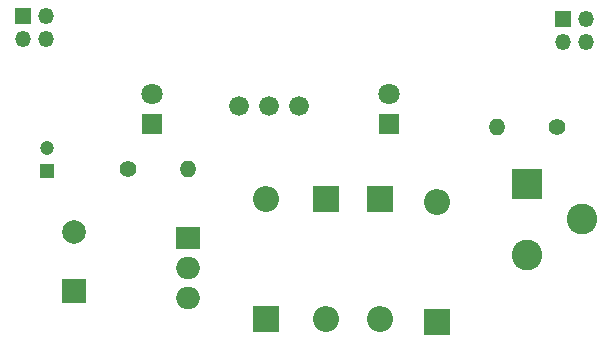
<source format=gts>
%TF.GenerationSoftware,KiCad,Pcbnew,(5.1.8)-1*%
%TF.CreationDate,2021-01-27T01:42:37+07:00*%
%TF.ProjectId,BD_power_supply,42445f70-6f77-4657-925f-737570706c79,1.0*%
%TF.SameCoordinates,Original*%
%TF.FileFunction,Soldermask,Top*%
%TF.FilePolarity,Negative*%
%FSLAX46Y46*%
G04 Gerber Fmt 4.6, Leading zero omitted, Abs format (unit mm)*
G04 Created by KiCad (PCBNEW (5.1.8)-1) date 2021-01-27 01:42:37*
%MOMM*%
%LPD*%
G01*
G04 APERTURE LIST*
%ADD10O,2.000000X1.905000*%
%ADD11R,2.000000X1.905000*%
%ADD12O,1.400000X1.400000*%
%ADD13C,1.400000*%
%ADD14C,2.600000*%
%ADD15R,2.600000X2.600000*%
%ADD16O,1.350000X1.350000*%
%ADD17R,1.350000X1.350000*%
%ADD18C,1.800000*%
%ADD19R,1.800000X1.800000*%
%ADD20O,2.200000X2.200000*%
%ADD21R,2.200000X2.200000*%
%ADD22C,1.200000*%
%ADD23R,1.200000X1.200000*%
%ADD24C,1.676400*%
%ADD25R,2.000000X2.000000*%
%ADD26C,2.000000*%
G04 APERTURE END LIST*
D10*
%TO.C,U1*%
X132080000Y-107950000D03*
X132080000Y-105410000D03*
D11*
X132080000Y-102870000D03*
%TD*%
D12*
%TO.C,R2*%
X132080000Y-97028000D03*
D13*
X127000000Y-97028000D03*
%TD*%
D14*
%TO.C,J3*%
X165482000Y-101298000D03*
X160782000Y-104298000D03*
D15*
X160782000Y-98298000D03*
%TD*%
D16*
%TO.C,J2*%
X120110000Y-86074000D03*
X120110000Y-84074000D03*
X118110000Y-86074000D03*
D17*
X118110000Y-84074000D03*
%TD*%
D16*
%TO.C,J1*%
X165830000Y-86328000D03*
X165830000Y-84328000D03*
X163830000Y-86328000D03*
D17*
X163830000Y-84328000D03*
%TD*%
D18*
%TO.C,D6*%
X129032000Y-90678000D03*
D19*
X129032000Y-93218000D03*
%TD*%
D18*
%TO.C,D5*%
X149098000Y-90678000D03*
D19*
X149098000Y-93218000D03*
%TD*%
D20*
%TO.C,D4*%
X153162000Y-99822000D03*
D21*
X153162000Y-109982000D03*
%TD*%
D20*
%TO.C,D3*%
X148336000Y-109728000D03*
D21*
X148336000Y-99568000D03*
%TD*%
D20*
%TO.C,D2*%
X143764000Y-109728000D03*
D21*
X143764000Y-99568000D03*
%TD*%
D20*
%TO.C,D1*%
X138684000Y-99568000D03*
D21*
X138684000Y-109728000D03*
%TD*%
D22*
%TO.C,C1*%
X120142000Y-95250000D03*
D23*
X120142000Y-97250000D03*
%TD*%
D24*
%TO.C,S1*%
X138938000Y-91694000D03*
X141478000Y-91694000D03*
X136398000Y-91694000D03*
%TD*%
D25*
%TO.C,C2*%
X122428000Y-107362000D03*
D26*
X122428000Y-102362000D03*
%TD*%
D13*
%TO.C,R1*%
X163322000Y-93472000D03*
D12*
X158242000Y-93472000D03*
%TD*%
M02*

</source>
